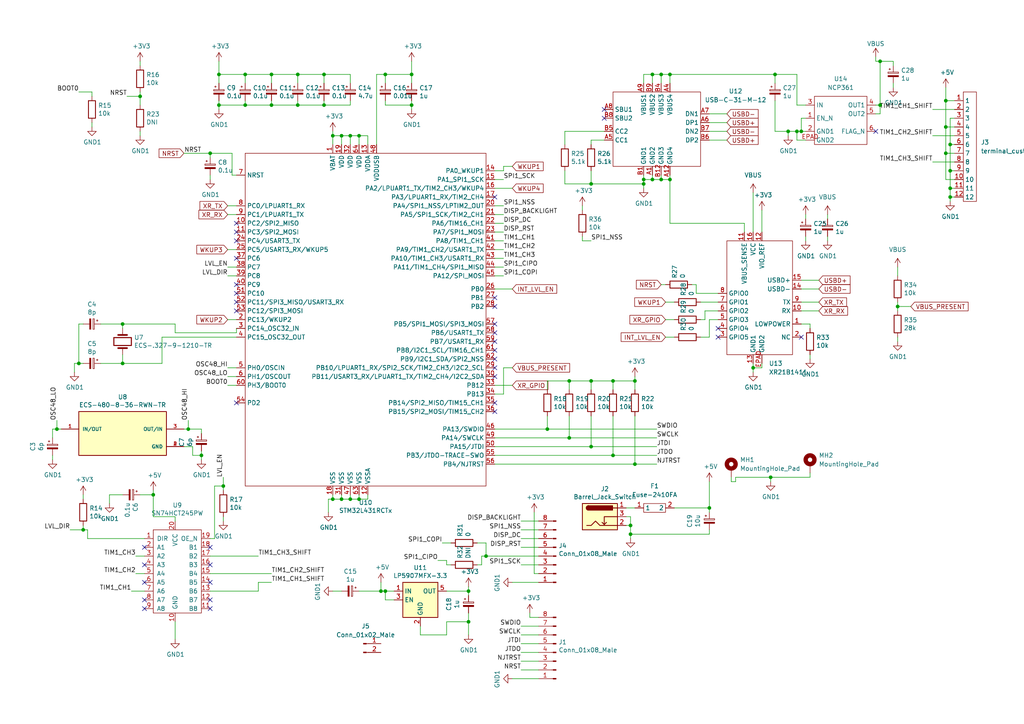
<source format=kicad_sch>
(kicad_sch (version 20211123) (generator eeschema)
  (paper "A4")
  (junction (at 99.06 144.78))
  (junction (at 275.59 41.91))
  (junction (at 191.77 52.07))
  (junction (at 104.14 144.78))
  (junction (at 35.56 93.98))
  (junction (at 255.27 17.78))
  (junction (at 93.98 30.48))
  (junction (at 184.15 110.49))
  (junction (at 111.76 21.59))
  (junction (at 86.36 30.48))
  (junction (at 182.88 152.4))
  (junction (at 165.1 110.49))
  (junction (at 171.45 110.49))
  (junction (at 58.42 132.08))
  (junction (at 140.97 161.29))
  (junction (at 96.52 39.37))
  (junction (at 184.15 134.62))
  (junction (at 274.32 44.45))
  (junction (at 194.31 52.07))
  (junction (at 205.74 147.32))
  (junction (at 223.52 138.43))
  (junction (at 274.32 29.21))
  (junction (at 24.13 153.67))
  (junction (at 71.12 30.48))
  (junction (at 101.6 39.37))
  (junction (at 44.45 143.51))
  (junction (at 158.75 124.46))
  (junction (at 96.52 144.78))
  (junction (at 60.96 44.45))
  (junction (at 191.77 21.59))
  (junction (at 171.45 129.54))
  (junction (at 111.76 171.45))
  (junction (at 40.64 27.94))
  (junction (at 135.89 171.45))
  (junction (at 275.59 54.61))
  (junction (at 119.38 30.48))
  (junction (at 16.51 124.46))
  (junction (at 186.69 53.34))
  (junction (at 63.5 30.48))
  (junction (at 177.8 110.49))
  (junction (at 104.14 39.37))
  (junction (at 35.56 105.41))
  (junction (at 228.6 38.1))
  (junction (at 275.59 57.15))
  (junction (at 119.38 21.59))
  (junction (at 182.88 154.94))
  (junction (at 186.69 52.07))
  (junction (at 171.45 53.34))
  (junction (at 78.74 21.59))
  (junction (at 78.74 30.48))
  (junction (at 64.77 140.97))
  (junction (at 86.36 21.59))
  (junction (at 274.32 36.83))
  (junction (at 177.8 132.08))
  (junction (at 93.98 21.59))
  (junction (at 194.31 21.59))
  (junction (at 231.14 38.1))
  (junction (at 218.44 106.68))
  (junction (at 22.86 105.41))
  (junction (at 232.41 38.1))
  (junction (at 63.5 21.59))
  (junction (at 71.12 21.59))
  (junction (at 260.35 88.9))
  (junction (at 255.27 30.48))
  (junction (at 135.89 180.34))
  (junction (at 110.49 171.45))
  (junction (at 224.79 21.59))
  (junction (at 189.23 21.59))
  (junction (at 165.1 127))
  (junction (at 101.6 144.78))
  (junction (at 189.23 52.07))
  (junction (at 54.61 124.46))
  (junction (at 99.06 39.37))
  (junction (at 275.59 49.53))
  (no_connect (at 68.58 64.77))
  (no_connect (at 143.51 88.9))
  (no_connect (at 68.58 69.85))
  (no_connect (at 60.96 176.53))
  (no_connect (at 68.58 116.84))
  (no_connect (at 68.58 87.63))
  (no_connect (at 143.51 106.68))
  (no_connect (at 68.58 74.93))
  (no_connect (at 41.91 158.75))
  (no_connect (at 143.51 86.36))
  (no_connect (at 143.51 119.38))
  (no_connect (at 41.91 173.99))
  (no_connect (at 68.58 67.31))
  (no_connect (at 143.51 57.15))
  (no_connect (at 143.51 96.52))
  (no_connect (at 41.91 168.91))
  (no_connect (at 60.96 158.75))
  (no_connect (at 143.51 109.22))
  (no_connect (at 232.41 97.79))
  (no_connect (at 208.28 97.79))
  (no_connect (at 254 38.1))
  (no_connect (at 41.91 163.83))
  (no_connect (at 143.51 99.06))
  (no_connect (at 68.58 82.55))
  (no_connect (at 143.51 101.6))
  (no_connect (at 41.91 176.53))
  (no_connect (at 143.51 116.84))
  (no_connect (at 68.58 85.09))
  (no_connect (at 68.58 90.17))
  (no_connect (at 175.26 34.29))
  (no_connect (at 143.51 93.98))
  (no_connect (at 208.28 95.25))
  (no_connect (at 60.96 168.91))
  (no_connect (at 175.26 31.75))
  (no_connect (at 143.51 104.14))
  (no_connect (at 60.96 173.99))
  (no_connect (at 60.96 163.83))
  (wire (pts (xy 158.75 110.49) (xy 165.1 110.49)))
  (wire (pts (xy 254 16.51) (xy 254 17.78)))
  (wire (pts (xy 86.36 30.48) (xy 86.36 29.21)))
  (wire (pts (xy 165.1 120.65) (xy 165.1 127)))
  (wire (pts (xy 26.67 27.94) (xy 26.67 26.67)))
  (wire (pts (xy 17.78 124.46) (xy 16.51 124.46)))
  (wire (pts (xy 163.83 53.34) (xy 171.45 53.34)))
  (wire (pts (xy 177.8 132.08) (xy 190.5 132.08)))
  (wire (pts (xy 50.8 149.86) (xy 44.45 149.86)))
  (wire (pts (xy 143.51 114.3) (xy 146.05 114.3)))
  (wire (pts (xy 39.37 166.37) (xy 41.91 166.37)))
  (wire (pts (xy 259.08 19.05) (xy 259.08 17.78)))
  (wire (pts (xy 104.14 144.78) (xy 106.68 144.78)))
  (wire (pts (xy 68.58 50.8) (xy 67.31 50.8)))
  (wire (pts (xy 35.56 93.98) (xy 50.8 93.98)))
  (wire (pts (xy 186.69 21.59) (xy 186.69 24.13)))
  (wire (pts (xy 186.69 53.34) (xy 186.69 54.61)))
  (wire (pts (xy 270.51 31.75) (xy 276.86 31.75)))
  (wire (pts (xy 215.9 64.77) (xy 194.31 64.77)))
  (wire (pts (xy 254 30.48) (xy 255.27 30.48)))
  (wire (pts (xy 220.98 60.96) (xy 220.98 67.31)))
  (wire (pts (xy 64.77 151.13) (xy 64.77 149.86)))
  (wire (pts (xy 138.43 163.83) (xy 139.7 163.83)))
  (wire (pts (xy 78.74 30.48) (xy 78.74 29.21)))
  (wire (pts (xy 63.5 30.48) (xy 71.12 30.48)))
  (wire (pts (xy 233.68 68.58) (xy 233.68 69.85)))
  (wire (pts (xy 260.35 88.9) (xy 260.35 90.17)))
  (wire (pts (xy 231.14 30.48) (xy 233.68 30.48)))
  (wire (pts (xy 15.24 133.35) (xy 15.24 132.08)))
  (wire (pts (xy 31.75 146.05) (xy 31.75 143.51)))
  (wire (pts (xy 181.61 152.4) (xy 182.88 152.4)))
  (wire (pts (xy 40.64 27.94) (xy 40.64 30.48)))
  (wire (pts (xy 151.13 184.15) (xy 156.21 184.15)))
  (wire (pts (xy 233.68 38.1) (xy 232.41 38.1)))
  (wire (pts (xy 106.68 144.78) (xy 106.68 143.51)))
  (wire (pts (xy 101.6 144.78) (xy 101.6 143.51)))
  (wire (pts (xy 218.44 105.41) (xy 218.44 106.68)))
  (wire (pts (xy 119.38 24.13) (xy 119.38 21.59)))
  (wire (pts (xy 274.32 36.83) (xy 274.32 44.45)))
  (wire (pts (xy 259.08 24.13) (xy 259.08 25.4)))
  (wire (pts (xy 148.59 54.61) (xy 143.51 54.61)))
  (wire (pts (xy 234.95 95.25) (xy 234.95 93.98)))
  (wire (pts (xy 151.13 151.13) (xy 156.21 151.13)))
  (wire (pts (xy 275.59 34.29) (xy 275.59 41.91)))
  (wire (pts (xy 193.04 87.63) (xy 195.58 87.63)))
  (wire (pts (xy 143.51 83.82) (xy 148.59 83.82)))
  (wire (pts (xy 93.98 30.48) (xy 101.6 30.48)))
  (wire (pts (xy 86.36 21.59) (xy 93.98 21.59)))
  (wire (pts (xy 129.54 163.83) (xy 130.81 163.83)))
  (wire (pts (xy 78.74 24.13) (xy 78.74 21.59)))
  (wire (pts (xy 60.96 171.45) (xy 74.93 171.45)))
  (wire (pts (xy 205.74 92.71) (xy 208.28 92.71)))
  (wire (pts (xy 205.74 38.1) (xy 210.82 38.1)))
  (wire (pts (xy 101.6 39.37) (xy 99.06 39.37)))
  (wire (pts (xy 186.69 52.07) (xy 186.69 53.34)))
  (wire (pts (xy 96.52 39.37) (xy 96.52 38.1)))
  (wire (pts (xy 232.41 83.82) (xy 237.49 83.82)))
  (wire (pts (xy 74.93 168.91) (xy 78.74 168.91)))
  (wire (pts (xy 40.64 39.37) (xy 40.64 38.1)))
  (wire (pts (xy 67.31 44.45) (xy 60.96 44.45)))
  (wire (pts (xy 129.54 162.56) (xy 129.54 163.83)))
  (wire (pts (xy 213.36 139.7) (xy 212.09 139.7)))
  (wire (pts (xy 275.59 49.53) (xy 276.86 49.53)))
  (wire (pts (xy 148.59 111.76) (xy 143.51 111.76)))
  (wire (pts (xy 22.86 26.67) (xy 26.67 26.67)))
  (wire (pts (xy 274.32 29.21) (xy 276.86 29.21)))
  (wire (pts (xy 146.05 67.31) (xy 143.51 67.31)))
  (wire (pts (xy 25.4 156.21) (xy 41.91 156.21)))
  (wire (pts (xy 146.05 64.77) (xy 143.51 64.77)))
  (wire (pts (xy 255.27 33.02) (xy 254 33.02)))
  (wire (pts (xy 36.83 27.94) (xy 40.64 27.94)))
  (wire (pts (xy 129.54 180.34) (xy 135.89 180.34)))
  (wire (pts (xy 191.77 82.55) (xy 193.04 82.55)))
  (wire (pts (xy 54.61 121.92) (xy 54.61 124.46)))
  (wire (pts (xy 135.89 171.45) (xy 129.54 171.45)))
  (wire (pts (xy 218.44 55.88) (xy 218.44 67.31)))
  (wire (pts (xy 111.76 21.59) (xy 111.76 24.13)))
  (wire (pts (xy 165.1 110.49) (xy 171.45 110.49)))
  (wire (pts (xy 63.5 30.48) (xy 63.5 31.75)))
  (wire (pts (xy 119.38 29.21) (xy 119.38 30.48)))
  (wire (pts (xy 111.76 171.45) (xy 110.49 171.45)))
  (wire (pts (xy 135.89 171.45) (xy 135.89 170.18)))
  (wire (pts (xy 101.6 41.91) (xy 101.6 39.37)))
  (wire (pts (xy 58.42 125.73) (xy 58.42 124.46)))
  (wire (pts (xy 135.89 180.34) (xy 135.89 177.8)))
  (wire (pts (xy 203.2 92.71) (xy 204.47 92.71)))
  (wire (pts (xy 66.04 109.22) (xy 68.58 109.22)))
  (wire (pts (xy 50.8 96.52) (xy 68.58 96.52)))
  (wire (pts (xy 104.14 41.91) (xy 104.14 39.37)))
  (wire (pts (xy 58.42 132.08) (xy 58.42 130.81)))
  (wire (pts (xy 111.76 173.99) (xy 111.76 171.45)))
  (wire (pts (xy 146.05 72.39) (xy 143.51 72.39)))
  (wire (pts (xy 128.27 157.48) (xy 130.81 157.48)))
  (wire (pts (xy 71.12 30.48) (xy 71.12 29.21)))
  (wire (pts (xy 16.51 121.92) (xy 16.51 124.46)))
  (wire (pts (xy 101.6 21.59) (xy 93.98 21.59)))
  (wire (pts (xy 275.59 57.15) (xy 275.59 54.61)))
  (wire (pts (xy 96.52 144.78) (xy 99.06 144.78)))
  (wire (pts (xy 231.14 40.64) (xy 231.14 38.1)))
  (wire (pts (xy 22.86 93.98) (xy 24.13 93.98)))
  (wire (pts (xy 182.88 154.94) (xy 182.88 156.21)))
  (wire (pts (xy 224.79 21.59) (xy 224.79 24.13)))
  (wire (pts (xy 189.23 52.07) (xy 191.77 52.07)))
  (wire (pts (xy 232.41 38.1) (xy 231.14 38.1)))
  (wire (pts (xy 143.51 124.46) (xy 158.75 124.46)))
  (wire (pts (xy 228.6 38.1) (xy 228.6 39.37)))
  (wire (pts (xy 135.89 172.72) (xy 135.89 171.45)))
  (wire (pts (xy 58.42 124.46) (xy 54.61 124.46)))
  (wire (pts (xy 121.92 184.15) (xy 129.54 184.15)))
  (wire (pts (xy 66.04 106.68) (xy 68.58 106.68)))
  (wire (pts (xy 39.37 161.29) (xy 41.91 161.29)))
  (wire (pts (xy 203.2 97.79) (xy 205.74 97.79)))
  (wire (pts (xy 200.66 82.55) (xy 201.93 82.55)))
  (wire (pts (xy 110.49 168.91) (xy 110.49 171.45)))
  (wire (pts (xy 204.47 92.71) (xy 204.47 90.17)))
  (wire (pts (xy 154.94 166.37) (xy 154.94 148.59)))
  (wire (pts (xy 96.52 171.45) (xy 99.06 171.45)))
  (wire (pts (xy 93.98 29.21) (xy 93.98 30.48)))
  (wire (pts (xy 111.76 21.59) (xy 119.38 21.59)))
  (wire (pts (xy 143.51 59.69) (xy 146.05 59.69)))
  (wire (pts (xy 151.13 163.83) (xy 156.21 163.83)))
  (wire (pts (xy 205.74 154.94) (xy 205.74 153.67)))
  (wire (pts (xy 96.52 144.78) (xy 96.52 143.51)))
  (wire (pts (xy 29.21 105.41) (xy 35.56 105.41)))
  (wire (pts (xy 119.38 31.75) (xy 119.38 30.48)))
  (wire (pts (xy 50.8 151.13) (xy 50.8 149.86)))
  (wire (pts (xy 15.24 124.46) (xy 15.24 127)))
  (wire (pts (xy 63.5 21.59) (xy 63.5 17.78)))
  (wire (pts (xy 44.45 143.51) (xy 40.64 143.51)))
  (wire (pts (xy 63.5 24.13) (xy 63.5 21.59)))
  (wire (pts (xy 259.08 17.78) (xy 255.27 17.78)))
  (wire (pts (xy 213.36 138.43) (xy 213.36 139.7)))
  (wire (pts (xy 143.51 62.23) (xy 146.05 62.23)))
  (wire (pts (xy 63.5 29.21) (xy 63.5 30.48)))
  (wire (pts (xy 101.6 144.78) (xy 104.14 144.78)))
  (wire (pts (xy 191.77 21.59) (xy 189.23 21.59)))
  (wire (pts (xy 62.23 140.97) (xy 62.23 156.21)))
  (wire (pts (xy 99.06 144.78) (xy 101.6 144.78)))
  (wire (pts (xy 171.45 110.49) (xy 171.45 113.03)))
  (wire (pts (xy 71.12 30.48) (xy 78.74 30.48)))
  (wire (pts (xy 64.77 138.43) (xy 64.77 140.97)))
  (wire (pts (xy 151.13 191.77) (xy 156.21 191.77)))
  (wire (pts (xy 270.51 46.99) (xy 276.86 46.99)))
  (wire (pts (xy 66.04 59.69) (xy 68.58 59.69)))
  (wire (pts (xy 168.91 59.69) (xy 168.91 60.96)))
  (wire (pts (xy 71.12 21.59) (xy 78.74 21.59)))
  (wire (pts (xy 274.32 29.21) (xy 274.32 25.4)))
  (wire (pts (xy 224.79 29.21) (xy 224.79 38.1)))
  (wire (pts (xy 205.74 35.56) (xy 210.82 35.56)))
  (wire (pts (xy 232.41 87.63) (xy 237.49 87.63)))
  (wire (pts (xy 177.8 110.49) (xy 171.45 110.49)))
  (wire (pts (xy 275.59 58.42) (xy 275.59 57.15)))
  (wire (pts (xy 25.4 153.67) (xy 24.13 153.67)))
  (wire (pts (xy 24.13 144.78) (xy 24.13 143.51)))
  (wire (pts (xy 189.23 50.8) (xy 189.23 52.07)))
  (wire (pts (xy 182.88 154.94) (xy 205.74 154.94)))
  (wire (pts (xy 186.69 52.07) (xy 189.23 52.07)))
  (wire (pts (xy 260.35 88.9) (xy 264.16 88.9)))
  (wire (pts (xy 182.88 152.4) (xy 182.88 154.94)))
  (wire (pts (xy 156.21 179.07) (xy 153.67 179.07)))
  (wire (pts (xy 143.51 134.62) (xy 184.15 134.62)))
  (wire (pts (xy 194.31 64.77) (xy 194.31 52.07)))
  (wire (pts (xy 260.35 97.79) (xy 260.35 99.06)))
  (wire (pts (xy 171.45 49.53) (xy 171.45 53.34)))
  (wire (pts (xy 22.86 105.41) (xy 24.13 105.41)))
  (wire (pts (xy 154.94 166.37) (xy 156.21 166.37)))
  (wire (pts (xy 66.04 111.76) (xy 68.58 111.76)))
  (wire (pts (xy 274.32 44.45) (xy 276.86 44.45)))
  (wire (pts (xy 215.9 67.31) (xy 215.9 64.77)))
  (wire (pts (xy 205.74 33.02) (xy 210.82 33.02)))
  (wire (pts (xy 35.56 102.87) (xy 35.56 105.41)))
  (wire (pts (xy 234.95 102.87) (xy 234.95 104.14)))
  (wire (pts (xy 143.51 52.07) (xy 146.05 52.07)))
  (wire (pts (xy 114.3 171.45) (xy 111.76 171.45)))
  (wire (pts (xy 194.31 24.13) (xy 194.31 21.59)))
  (wire (pts (xy 63.5 21.59) (xy 71.12 21.59)))
  (wire (pts (xy 129.54 184.15) (xy 129.54 180.34)))
  (wire (pts (xy 275.59 57.15) (xy 276.86 57.15)))
  (wire (pts (xy 146.05 48.26) (xy 148.59 48.26)))
  (wire (pts (xy 151.13 189.23) (xy 156.21 189.23)))
  (wire (pts (xy 40.64 19.05) (xy 40.64 17.78)))
  (wire (pts (xy 177.8 113.03) (xy 177.8 110.49)))
  (wire (pts (xy 22.86 105.41) (xy 22.86 93.98)))
  (wire (pts (xy 119.38 21.59) (xy 119.38 17.78)))
  (wire (pts (xy 101.6 29.21) (xy 101.6 30.48)))
  (wire (pts (xy 220.98 106.68) (xy 220.98 105.41)))
  (wire (pts (xy 255.27 30.48) (xy 255.27 33.02)))
  (wire (pts (xy 53.34 129.54) (xy 55.88 129.54)))
  (wire (pts (xy 274.32 36.83) (xy 276.86 36.83)))
  (wire (pts (xy 53.34 44.45) (xy 60.96 44.45)))
  (wire (pts (xy 54.61 124.46) (xy 53.34 124.46)))
  (wire (pts (xy 139.7 163.83) (xy 139.7 161.29)))
  (wire (pts (xy 156.21 168.91) (xy 148.59 168.91)))
  (wire (pts (xy 171.45 129.54) (xy 171.45 120.65)))
  (wire (pts (xy 111.76 29.21) (xy 111.76 30.48)))
  (wire (pts (xy 191.77 24.13) (xy 191.77 21.59)))
  (wire (pts (xy 223.52 138.43) (xy 223.52 139.7)))
  (wire (pts (xy 224.79 38.1) (xy 228.6 38.1)))
  (wire (pts (xy 78.74 21.59) (xy 86.36 21.59)))
  (wire (pts (xy 151.13 186.69) (xy 156.21 186.69)))
  (wire (pts (xy 40.64 27.94) (xy 40.64 26.67)))
  (wire (pts (xy 68.58 96.52) (xy 68.58 95.25)))
  (wire (pts (xy 274.32 36.83) (xy 274.32 29.21)))
  (wire (pts (xy 151.13 181.61) (xy 156.21 181.61)))
  (wire (pts (xy 218.44 106.68) (xy 218.44 107.95)))
  (wire (pts (xy 146.05 114.3) (xy 146.05 106.68)))
  (wire (pts (xy 184.15 113.03) (xy 184.15 110.49)))
  (wire (pts (xy 55.88 129.54) (xy 55.88 132.08)))
  (wire (pts (xy 35.56 143.51) (xy 31.75 143.51)))
  (wire (pts (xy 205.74 40.64) (xy 210.82 40.64)))
  (wire (pts (xy 50.8 185.42) (xy 50.8 180.34)))
  (wire (pts (xy 35.56 95.25) (xy 35.56 93.98)))
  (wire (pts (xy 223.52 138.43) (xy 213.36 138.43)))
  (wire (pts (xy 182.88 149.86) (xy 181.61 149.86)))
  (wire (pts (xy 184.15 134.62) (xy 184.15 120.65)))
  (wire (pts (xy 182.88 152.4) (xy 182.88 149.86)))
  (wire (pts (xy 186.69 50.8) (xy 186.69 52.07)))
  (wire (pts (xy 114.3 173.99) (xy 111.76 173.99)))
  (wire (pts (xy 255.27 17.78) (xy 254 17.78)))
  (wire (pts (xy 146.05 74.93) (xy 143.51 74.93)))
  (wire (pts (xy 231.14 21.59) (xy 231.14 30.48)))
  (wire (pts (xy 109.22 21.59) (xy 111.76 21.59)))
  (wire (pts (xy 177.8 110.49) (xy 184.15 110.49)))
  (wire (pts (xy 177.8 132.08) (xy 143.51 132.08)))
  (wire (pts (xy 127 162.56) (xy 129.54 162.56)))
  (wire (pts (xy 189.23 21.59) (xy 186.69 21.59)))
  (wire (pts (xy 60.96 166.37) (xy 78.74 166.37)))
  (wire (pts (xy 156.21 196.85) (xy 148.59 196.85)))
  (wire (pts (xy 143.51 129.54) (xy 171.45 129.54)))
  (wire (pts (xy 16.51 124.46) (xy 15.24 124.46)))
  (wire (pts (xy 163.83 49.53) (xy 163.83 53.34)))
  (wire (pts (xy 95.25 148.59) (xy 95.25 144.78)))
  (wire (pts (xy 168.91 69.85) (xy 171.45 69.85)))
  (wire (pts (xy 104.14 39.37) (xy 101.6 39.37)))
  (wire (pts (xy 20.32 153.67) (xy 24.13 153.67)))
  (wire (pts (xy 234.95 138.43) (xy 223.52 138.43)))
  (wire (pts (xy 106.68 41.91) (xy 106.68 39.37)))
  (wire (pts (xy 151.13 156.21) (xy 156.21 156.21)))
  (wire (pts (xy 194.31 21.59) (xy 224.79 21.59)))
  (wire (pts (xy 121.92 181.61) (xy 121.92 184.15)))
  (wire (pts (xy 99.06 39.37) (xy 96.52 39.37)))
  (wire (pts (xy 96.52 41.91) (xy 96.52 39.37)))
  (wire (pts (xy 60.96 45.72) (xy 60.96 44.45)))
  (wire (pts (xy 158.75 124.46) (xy 190.5 124.46)))
  (wire (pts (xy 205.74 139.7) (xy 205.74 147.32)))
  (wire (pts (xy 101.6 24.13) (xy 101.6 21.59)))
  (wire (pts (xy 139.7 161.29) (xy 140.97 161.29)))
  (wire (pts (xy 29.21 93.98) (xy 35.56 93.98)))
  (wire (pts (xy 109.22 21.59) (xy 109.22 41.91)))
  (wire (pts (xy 275.59 54.61) (xy 276.86 54.61)))
  (wire (pts (xy 193.04 92.71) (xy 195.58 92.71)))
  (wire (pts (xy 21.59 105.41) (xy 22.86 105.41)))
  (wire (pts (xy 25.4 156.21) (xy 25.4 153.67)))
  (wire (pts (xy 119.38 30.48) (xy 111.76 30.48)))
  (wire (pts (xy 146.05 77.47) (xy 143.51 77.47)))
  (wire (pts (xy 163.83 38.1) (xy 163.83 41.91)))
  (wire (pts (xy 233.68 34.29) (xy 232.41 34.29)))
  (wire (pts (xy 165.1 127) (xy 143.51 127)))
  (wire (pts (xy 275.59 49.53) (xy 275.59 41.91)))
  (wire (pts (xy 93.98 21.59) (xy 93.98 24.13)))
  (wire (pts (xy 46.99 105.41) (xy 35.56 105.41)))
  (wire (pts (xy 260.35 77.47) (xy 260.35 80.01)))
  (wire (pts (xy 255.27 17.78) (xy 255.27 30.48)))
  (wire (pts (xy 66.04 92.71) (xy 68.58 92.71)))
  (wire (pts (xy 135.89 180.34) (xy 135.89 184.15)))
  (wire (pts (xy 104.14 143.51) (xy 104.14 144.78)))
  (wire (pts (xy 143.51 49.53) (xy 146.05 49.53)))
  (wire (pts (xy 26.67 36.83) (xy 26.67 35.56)))
  (wire (pts (xy 99.06 143.51) (xy 99.06 144.78)))
  (wire (pts (xy 233.68 40.64) (xy 231.14 40.64)))
  (wire (pts (xy 181.61 147.32) (xy 184.15 147.32)))
  (wire (pts (xy 233.68 62.23) (xy 233.68 63.5)))
  (wire (pts (xy 184.15 134.62) (xy 190.5 134.62)))
  (wire (pts (xy 168.91 68.58) (xy 168.91 69.85)))
  (wire (pts (xy 86.36 24.13) (xy 86.36 21.59)))
  (wire (pts (xy 140.97 157.48) (xy 140.97 161.29)))
  (wire (pts (xy 151.13 158.75) (xy 156.21 158.75)))
  (wire (pts (xy 234.95 137.16) (xy 234.95 138.43)))
  (wire (pts (xy 58.42 133.35) (xy 58.42 132.08)))
  (wire (pts (xy 68.58 97.79) (xy 46.99 97.79)))
  (wire (pts (xy 184.15 110.49) (xy 184.15 109.22)))
  (wire (pts (xy 232.41 34.29) (xy 232.41 38.1)))
  (wire (pts (xy 270.51 39.37) (xy 276.86 39.37)))
  (wire (pts (xy 99.06 41.91) (xy 99.06 39.37)))
  (wire (pts (xy 38.1 171.45) (xy 41.91 171.45)))
  (wire (pts (xy 232.41 81.28) (xy 237.49 81.28)))
  (wire (pts (xy 138.43 157.48) (xy 140.97 157.48)))
  (wire (pts (xy 66.04 62.23) (xy 68.58 62.23)))
  (wire (pts (xy 44.45 142.24) (xy 44.45 143.51)))
  (wire (pts (xy 171.45 40.64) (xy 175.26 40.64)))
  (wire (pts (xy 24.13 153.67) (xy 24.13 152.4)))
  (wire (pts (xy 203.2 87.63) (xy 208.28 87.63)))
  (wire (pts (xy 275.59 54.61) (xy 275.59 49.53)))
  (wire (pts (xy 95.25 144.78) (xy 96.52 144.78)))
  (wire (pts (xy 64.77 140.97) (xy 62.23 140.97)))
  (wire (pts (xy 232.41 90.17) (xy 237.49 90.17)))
  (wire (pts (xy 60.96 161.29) (xy 74.93 161.29)))
  (wire (pts (xy 275.59 41.91) (xy 276.86 41.91)))
  (wire (pts (xy 218.44 106.68) (xy 220.98 106.68)))
  (wire (pts (xy 66.04 80.01) (xy 68.58 80.01)))
  (wire (pts (xy 78.74 30.48) (xy 86.36 30.48)))
  (wire (pts (xy 231.14 38.1) (xy 228.6 38.1)))
  (wire (pts (xy 50.8 93.98) (xy 50.8 96.52)))
  (wire (pts (xy 146.05 69.85) (xy 143.51 69.85)))
  (wire (pts (xy 110.49 171.45) (xy 104.14 171.45)))
  (wire (pts (xy 55.88 132.08) (xy 58.42 132.08)))
  (wire (pts (xy 158.75 124.46) (xy 158.75 120.65)))
  (wire (pts (xy 276.86 52.07) (xy 274.32 52.07)))
  (wire (pts (xy 274.32 52.07) (xy 274.32 44.45)))
  (wire (pts (xy 201.93 82.55) (xy 201.93 85.09)))
  (wire (pts (xy 195.58 147.32) (xy 205.74 147.32)))
  (wire (pts (xy 189.23 24.13) (xy 189.23 21.59)))
  (wire (pts (xy 191.77 52.07) (xy 194.31 52.07)))
  (wire (pts (xy 93.98 30.48) (xy 86.36 30.48)))
  (wire (pts (xy 177.8 132.08) (xy 177.8 120.65)))
  (wire (pts (xy 67.31 50.8) (xy 67.31 44.45)))
  (wire (pts (xy 276.86 34.29) (xy 275.59 34.29)))
  (wire (pts (xy 60.96 52.07) (xy 60.96 50.8)))
  (wire (pts (xy 194.31 50.8) (xy 194.31 52.07)))
  (wire (pts (xy 175.26 38.1) (xy 163.83 38.1)))
  (wire (pts (xy 158.75 113.03) (xy 158.75 110.49)))
  (wire (pts (xy 194.31 21.59) (xy 191.77 21.59)))
  (wire (pts (xy 234.95 93.98) (xy 232.41 93.98)))
  (wire (pts (xy 205.74 147.32) (xy 205.74 148.59)))
  (wire (pts (xy 171.45 53.34) (xy 186.69 53.34)))
  (wire (pts (xy 106.68 39.37) (xy 104.14 39.37)))
  (wire (pts (xy 21.59 107.95) (xy 21.59 105.41)))
  (wire (pts (xy 66.04 77.47) (xy 68.58 77.47)))
  (wire (pts (xy 66.04 72.39) (xy 68.58 72.39)))
  (wire (pts (xy 224.79 21.59) (xy 231.14 21.59)))
  (wire (pts (xy 165.1 127) (xy 190.5 127)))
  (wire (pts (xy 146.05 106.68) (xy 148.59 106.68)))
  (wire (pts (xy 151.13 194.31) (xy 156.21 194.31)))
  (wire (pts (xy 193.04 97.79) (xy 195.58 97.79)))
  (wire (pts (xy 260.35 87.63) (xy 260.35 88.9)))
  (wire (pts (xy 204.47 90.17) (xy 208.28 90.17)))
  (wire (pts (xy 240.03 68.58) (xy 240.03 69.85)))
  (wire (pts (xy 71.12 24.13) (xy 71.12 21.59)))
  (wire (pts (xy 240.03 62.23) (xy 240.03 63.5)))
  (wire (pts (xy 146.05 80.01) (xy 143.51 80.01)))
  (wire (pts (xy 201.93 85.09) (xy 208.28 85.09)))
  (wire (pts (xy 62.23 156.21) (xy 60.96 156.21)))
  (wire (pts (xy 146.05 49.53) (xy 146.05 48.26)))
  (wire (pts (xy 205.74 97.79) (xy 205.74 92.71)))
  (wire (pts (xy 153.67 179.07) (xy 153.67 177.8)))
  (wire (pts (xy 151.13 153.67) (xy 156.21 153.67)))
  (wire (pts (xy 165.1 113.03) (xy 165.1 110.49)))
  (wire (pts (xy 46.99 97.79) (xy 46.99 105.41)))
  (wire (pts (xy 171.45 41.91) (xy 171.45 40.64)))
  (wire (pts (xy 171.45 129.54) (xy 190.5 129.54)))
  (wire (pts (xy 44.45 149.86) (xy 44.45 143.51)))
  (wire (pts (xy 140.97 161.29) (xy 156.21 161.29)))
  (wire (pts (xy 74.93 171.45) (xy 74.93 168.91)))
  (wire (pts (xy 212.09 138.43) (xy 212.09 139.7)))
  (wire (pts (xy 191.77 50.8) (xy 191.77 52.07)))
  (wire (pts (xy 64.77 142.24) (xy 64.77 140.97)))
  (label "DISP_RST" (at 146.05 67.31 0))
  (label "TIM1_CH3_SHIFT" (at 74.93 161.29 0))
  (label "SPI1_CIPO" (at 146.05 77.47 0))
  (label "NRST" (at 36.83 27.94 180))
  (label "SPI1_SCK" (at 146.05 52.07 0))
  (label "SWCLK" (at 151.13 184.15 180))
  (label "TIM1_CH1_SHIFT" (at 78.74 168.91 0))
  (label "TIM1_CH2_SHIFT" (at 270.51 39.37 180))
  (label "LVL_EN" (at 64.77 138.43 90))
  (label "TIM1_CH3" (at 146.05 74.93 0))
  (label "SWDIO" (at 151.13 181.61 180))
  (label "NJTRST" (at 151.13 191.77 180))
  (label "TIM1_CH2_SHIFT" (at 78.74 166.37 0))
  (label "SPI1_NSS" (at 146.05 59.69 0))
  (label "NRST" (at 151.13 194.31 180))
  (label "DISP_BACKLIGHT" (at 146.05 62.23 0))
  (label "JTDO" (at 151.13 189.23 180))
  (label "NJTRST" (at 190.5 134.62 0))
  (label "OSC48_HI" (at 54.61 121.92 90))
  (label "SPI1_SCK" (at 151.13 163.83 180))
  (label "OSC48_HI" (at 66.04 106.68 180))
  (label "JTDI" (at 151.13 186.69 180))
  (label "TIM1_CH3_SHIFT" (at 270.51 46.99 180))
  (label "TIM1_CH3" (at 39.37 161.29 180))
  (label "OSC48_LO" (at 16.51 121.92 90))
  (label "JTDO" (at 190.5 132.08 0))
  (label "SPI1_COPI" (at 128.27 157.48 180))
  (label "BOOT0" (at 66.04 111.76 180))
  (label "TIM1_CH2" (at 146.05 72.39 0))
  (label "SWCLK" (at 190.5 127 0))
  (label "DISP_DC" (at 151.13 156.21 180))
  (label "SPI1_CIPO" (at 127 162.56 180))
  (label "TIM1_CH1" (at 38.1 171.45 180))
  (label "JTDI" (at 190.5 129.54 0))
  (label "SPI1_NSS" (at 151.13 153.67 180))
  (label "SPI1_COPI" (at 146.05 80.01 0))
  (label "LVL_EN" (at 66.04 77.47 180))
  (label "SPI1_NSS" (at 171.45 69.85 0))
  (label "DISP_RST" (at 151.13 158.75 180))
  (label "TIM1_CH1_SHIFT" (at 270.51 31.75 180))
  (label "DISP_DC" (at 146.05 64.77 0))
  (label "OSC48_LO" (at 66.04 109.22 180))
  (label "SWDIO" (at 190.5 124.46 0))
  (label "TIM1_CH2" (at 39.37 166.37 180))
  (label "BOOT0" (at 22.86 26.67 180))
  (label "LVL_DIR" (at 20.32 153.67 180))
  (label "NRST" (at 58.42 44.45 180))
  (label "LVL_DIR" (at 66.04 80.01 180))
  (label "TIM1_CH1" (at 146.05 69.85 0))
  (label "DISP_BACKLIGHT" (at 151.13 151.13 180))
  (global_label "USBD+" (shape input) (at 237.49 81.28 0) (property "Intersheet References" "${INTERSHEET_REFS}" (effects hide)))
  (global_label "XR_RX" (shape input) (at 66.04 62.23 180) (property "Intersheet References" "${INTERSHEET_REFS}" (effects hide)))
  (global_label "WKUP1" (shape input) (at 148.59 48.26 0) (property "Intersheet References" "${INTERSHEET_REFS}" (effects hide)))
  (global_label "USBD-" (shape input) (at 237.49 83.82 0) (property "Intersheet References" "${INTERSHEET_REFS}" (effects hide)))
  (global_label "NRST" (shape input) (at 191.77 82.55 180) (property "Intersheet References" "${INTERSHEET_REFS}" (effects hide)))
  (global_label "XR_GPIO" (shape input) (at 148.59 111.76 0) (property "Intersheet References" "${INTERSHEET_REFS}" (effects hide)))
  (global_label "INT_LVL_EN" (shape input) (at 193.04 97.79 180) (property "Intersheet References" "${INTERSHEET_REFS}" (effects hide)))
  (global_label "VBUS_PRESENT" (shape input) (at 264.16 88.9 0) (property "Intersheet References" "${INTERSHEET_REFS}" (effects hide)))
  (global_label "USBD+" (shape input) (at 210.82 35.56 0) (property "Intersheet References" "${INTERSHEET_REFS}" (effects hide)))
  (global_label "USBD-" (shape input) (at 210.82 38.1 0) (property "Intersheet References" "${INTERSHEET_REFS}" (effects hide)))
  (global_label "USBD+" (shape input) (at 210.82 40.64 0) (property "Intersheet References" "${INTERSHEET_REFS}" (effects hide)))
  (global_label "XR_TX" (shape input) (at 237.49 87.63 0) (property "Intersheet References" "${INTERSHEET_REFS}" (effects hide)))
  (global_label "XR_RX" (shape input) (at 237.49 90.17 0) (property "Intersheet References" "${INTERSHEET_REFS}" (effects hide)))
  (global_label "NRST" (shape input) (at 53.34 44.45 180) (property "Intersheet References" "${INTERSHEET_REFS}" (effects hide)))
  (global_label "WKUP3" (shape input) (at 66.04 72.39 180) (property "Intersheet References" "${INTERSHEET_REFS}" (effects hide)))
  (global_label "USBD-" (shape input) (at 210.82 33.02 0) (property "Intersheet References" "${INTERSHEET_REFS}" (effects hide)))
  (global_label "INT_LVL_EN" (shape input) (at 148.59 83.82 0) (property "Intersheet References" "${INTERSHEET_REFS}" (effects hide)))
  (global_label "WKUP4" (shape input) (at 148.59 54.61 0) (property "Intersheet References" "${INTERSHEET_REFS}" (effects hide)))
  (global_label "WKUP1" (shape input) (at 193.04 87.63 180) (property "Intersheet References" "${INTERSHEET_REFS}" (effects hide)))
  (global_label "XR_GPIO" (shape input) (at 193.04 92.71 180) (property "Intersheet References" "${INTERSHEET_REFS}" (effects hide)))
  (global_label "WKUP2" (shape input) (at 66.04 92.71 180) (property "Intersheet References" "${INTERSHEET_REFS}" (effects hide)))
  (global_label "VBUS_PRESENT" (shape input) (at 148.59 106.68 0) (property "Intersheet References" "${INTERSHEET_REFS}" (effects hide)))
  (global_label "XR_TX" (shape input) (at 66.04 59.69 180) (property "Intersheet References" "${INTERSHEET_REFS}" (effects hide)))
  (symbol (lib_id "power:+5V") (at 274.32 25.4 0) (unit 1)
    (property "Reference" "#PWR0132" (effects hide))
    (property "Value" "+5V" (at 274.701 21.0058 0))
  )
  (symbol (lib_id "power:GND1") (at 275.59 58.42 0) (unit 1)
    (property "Reference" "#PWR0133" (effects hide))
    (property "Value" "GND1" (at 275.717 62.8142 0))
  )
  (symbol (lib_id "spudglo_driver_v3p1-rescue:+3.3V-power") (at 24.13 143.51 0) (unit 1)
    (property "Reference" "#PWR0117" (effects hide))
    (property "Value" "+3.3V" (at 24.511 139.1158 0))
  )
  (symbol (lib_id "spudglo_driver_v3p1-rescue:STM32L431RCTx-MCU_ST_STM32L4") (at 80.01 71.12 0) (unit 1)
    (property "Reference" "U10" (at 106.045 145.7706 0))
    (property "Value" "STM32L431RCTx" (at 106.045 148.082 0))
    (property "Footprint" "Package_QFP:LQFP-64_10x10mm_P0.5mm" (effects hide))
    (property "Datasheet" "http://www.st.com/st-web-ui/static/active/en/resource/technical/document/datasheet/DM00257211.pdf" (effects hide))
  )
  (symbol (lib_id "Device:R") (at 24.13 148.59 0) (unit 1)
    (property "Reference" "R14" (at 25.908 147.4216 0) (effects (justify left)))
    (property "Value" "10k" (at 25.908 149.733 0) (effects (justify left)))
    (property "Footprint" "Resistor_SMD:R_0603_1608Metric_Pad0.98x0.95mm_HandSolder" (effects hide))
  )
  (symbol (lib_id "Device:R") (at 171.45 116.84 0) (unit 1)
    (property "Reference" "R20" (at 173.228 115.6716 0) (effects (justify left)))
    (property "Value" "10k" (at 173.228 117.983 0) (effects (justify left)))
    (property "Footprint" "Resistor_SMD:R_0603_1608Metric_Pad0.98x0.95mm_HandSolder" (effects hide))
  )
  (symbol (lib_id "spudglo_driver_v3p1-rescue:CP_Small-Device") (at 63.5 26.67 0) (unit 1)
    (property "Reference" "C9" (at 65.7352 25.5016 0) (effects (justify left)))
    (property "Value" "0.1u" (at 65.7352 27.813 0) (effects (justify left)))
    (property "Footprint" "Capacitor_SMD:C_0603_1608Metric_Pad1.08x0.95mm_HandSolder" (effects hide))
  )
  (symbol (lib_id "Device:R") (at 260.35 83.82 0) (unit 1)
    (property "Reference" "R34" (at 262.128 82.6516 0) (effects (justify left)))
    (property "Value" "10k" (at 262.128 84.963 0) (effects (justify left)))
    (property "Footprint" "Resistor_SMD:R_0603_1608Metric_Pad0.98x0.95mm_HandSolder" (effects hide))
  )
  (symbol (lib_id "srw_custom:USB-C-31-M-12") (at 177.8 26.67 0) (unit 1)
    (property "Reference" "U12" (at 213.36 26.4412 0))
    (property "Value" "USB-C-31-M-12" (at 213.36 28.9812 0))
    (property "Footprint" "Connector_USB:USB_C_Receptacle_HRO_TYPE-C-31-M-12" (effects hide))
  )
  (symbol (lib_id "power:+5V") (at 110.49 168.91 0) (unit 1)
    (property "Reference" "#PWR0145" (effects hide))
    (property "Value" "+5V" (at 110.871 164.5158 0))
  )
  (symbol (lib_id "spudglo_driver_v3p1-rescue:CP_Small-Device") (at 101.6 26.67 0) (unit 1)
    (property "Reference" "C14" (at 103.8352 25.5016 0) (effects (justify left)))
    (property "Value" "4.7u" (at 103.8352 27.813 0) (effects (justify left)))
    (property "Footprint" "Capacitor_SMD:C_0603_1608Metric_Pad1.08x0.95mm_HandSolder" (effects hide))
  )
  (symbol (lib_id "Device:R") (at 199.39 92.71 90) (unit 1)
    (property "Reference" "R29" (at 198.2216 90.932 0) (effects (justify left)))
    (property "Value" "0" (at 200.533 90.932 0) (effects (justify left)))
    (property "Footprint" "Resistor_SMD:R_0603_1608Metric_Pad0.98x0.95mm_HandSolder" (effects hide))
  )
  (symbol (lib_id "power:GND1") (at 240.03 69.85 0) (unit 1)
    (property "Reference" "#PWR014" (effects hide))
    (property "Value" "GND1" (at 240.157 74.2442 0))
  )
  (symbol (lib_id "power:GND1") (at 63.5 31.75 0) (unit 1)
    (property "Reference" "#PWR0128" (effects hide))
    (property "Value" "GND1" (at 63.627 36.1442 0))
  )
  (symbol (lib_id "spudglo_driver_v3p1-rescue:CP_Small-Device") (at 224.79 26.67 0) (unit 1)
    (property "Reference" "C27" (at 227.0252 25.5016 0) (effects (justify left)))
    (property "Value" "1u" (at 227.0252 27.813 0) (effects (justify left)))
    (property "Footprint" "Capacitor_SMD:C_0603_1608Metric_Pad1.08x0.95mm_HandSolder" (effects hide))
  )
  (symbol (lib_id "Mechanical:MountingHole_Pad") (at 212.09 135.89 0) (unit 1)
    (property "Reference" "MH1" (at 214.63 133.3499 0) (effects (justify left)))
    (property "Value" "MountingHole_Pad" (at 214.63 135.8899 0) (effects (justify left)))
    (property "Footprint" "MountingHole:MountingHole_3mm" (effects hide))
  )
  (symbol (lib_id "Device:R") (at 184.15 116.84 0) (unit 1)
    (property "Reference" "R22" (at 185.928 115.6716 0) (effects (justify left)))
    (property "Value" "10k" (at 185.928 117.983 0) (effects (justify left)))
    (property "Footprint" "Resistor_SMD:R_0603_1608Metric_Pad0.98x0.95mm_HandSolder" (effects hide))
  )
  (symbol (lib_id "Connector:Barrel_Jack_Switch") (at 173.99 149.86 0) (unit 1)
    (property "Reference" "J2" (at 175.4378 141.8082 0))
    (property "Value" "Barrel_Jack_Switch" (at 175.4378 144.1196 0))
    (property "Footprint" "Connector_BarrelJack:BarrelJack_Wuerth_6941xx301002" (effects hide))
  )
  (symbol (lib_id "Device:R") (at 163.83 45.72 0) (unit 1)
    (property "Reference" "R25" (at 165.608 44.5516 0) (effects (justify left)))
    (property "Value" "5.1k" (at 165.608 46.863 0) (effects (justify left)))
    (property "Footprint" "Resistor_SMD:R_0603_1608Metric_Pad0.98x0.95mm_HandSolder" (effects hide))
  )
  (symbol (lib_id "spudglo_driver_v3p1-rescue:+3.3V-power") (at 153.67 177.8 0) (unit 1)
    (property "Reference" "#PWR0141" (effects hide))
    (property "Value" "+3.3V" (at 154.051 173.4058 0))
  )
  (symbol (lib_id "power:GND1") (at 260.35 99.06 0) (unit 1)
    (property "Reference" "#PWR0147" (effects hide))
    (property "Value" "GND1" (at 260.477 103.4542 0))
  )
  (symbol (lib_id "Connector:Conn_01x08_Male") (at 161.29 161.29 180) (unit 1)
    (property "Reference" "J4" (at 162.0012 158.2928 0) (effects (justify right)))
    (property "Value" "Conn_01x08_Male" (at 162.0012 160.6042 0) (effects (justify right)))
    (property "Footprint" "Connector_PinHeader_2.54mm:PinHeader_1x08_P2.54mm_Vertical" (effects hide))
  )
  (symbol (lib_id "Device:R") (at 40.64 22.86 0) (unit 1)
    (property "Reference" "R16" (at 42.418 21.6916 0) (effects (justify left)))
    (property "Value" "10k" (at 42.418 24.003 0) (effects (justify left)))
    (property "Footprint" "Resistor_SMD:R_0603_1608Metric_Pad0.98x0.95mm_HandSolder" (effects hide))
  )
  (symbol (lib_id "power:GND1") (at 26.67 36.83 0) (unit 1)
    (property "Reference" "#PWR0126" (effects hide))
    (property "Value" "GND1" (at 26.797 41.2242 0))
  )
  (symbol (lib_id "spudglo_driver_v3p1-rescue:CP_Small-Device") (at 93.98 26.67 0) (unit 1)
    (property "Reference" "C13" (at 96.2152 25.5016 0) (effects (justify left)))
    (property "Value" "0.1u" (at 96.2152 27.813 0) (effects (justify left)))
    (property "Footprint" "Capacitor_SMD:C_0603_1608Metric_Pad1.08x0.95mm_HandSolder" (effects hide))
  )
  (symbol (lib_id "Device:R") (at 40.64 34.29 0) (unit 1)
    (property "Reference" "R23" (at 42.418 33.1216 0) (effects (justify left)))
    (property "Value" "DNI" (at 42.418 35.433 0) (effects (justify left)))
    (property "Footprint" "Resistor_SMD:R_0603_1608Metric_Pad0.98x0.95mm_HandSolder" (effects hide))
  )
  (symbol (lib_id "spudglo_driver_v3p1-rescue:CP_Small-Device") (at 26.67 93.98 270) (unit 1)
    (property "Reference" "C4" (at 26.67 88.265 90))
    (property "Value" "8p" (at 26.67 90.5764 90))
    (property "Footprint" "Capacitor_SMD:C_0603_1608Metric_Pad1.08x0.95mm_HandSolder" (effects hide))
  )
  (symbol (lib_id "power:GND1") (at 58.42 133.35 0) (unit 1)
    (property "Reference" "#PWR0119" (effects hide))
    (property "Value" "GND1" (at 58.547 137.7442 0))
  )
  (symbol (lib_id "spudglo_driver_v3p1-rescue:CP_Small-Device") (at 233.68 66.04 0) (unit 1)
    (property "Reference" "C25" (at 235.9152 64.8716 0) (effects (justify left)))
    (property "Value" "1u" (at 235.9152 67.183 0) (effects (justify left)))
    (property "Footprint" "Capacitor_SMD:C_0603_1608Metric_Pad1.08x0.95mm_HandSolder" (effects hide))
  )
  (symbol (lib_id "Device:R") (at 199.39 87.63 90) (unit 1)
    (property "Reference" "R28" (at 198.2216 85.852 0) (effects (justify left)))
    (property "Value" "0" (at 200.533 85.852 0) (effects (justify left)))
    (property "Footprint" "Resistor_SMD:R_0603_1608Metric_Pad0.98x0.95mm_HandSolder" (effects hide))
  )
  (symbol (lib_id "power:GND1") (at 21.59 107.95 0) (unit 1)
    (property "Reference" "#PWR0120" (effects hide))
    (property "Value" "GND1" (at 21.717 112.3442 0))
  )
  (symbol (lib_id "Device:R") (at 234.95 99.06 0) (unit 1)
    (property "Reference" "R33" (at 236.728 97.8916 0) (effects (justify left)))
    (property "Value" "10k" (at 236.728 100.203 0) (effects (justify left)))
    (property "Footprint" "Resistor_SMD:R_0603_1608Metric_Pad0.98x0.95mm_HandSolder" (effects hide))
  )
  (symbol (lib_id "Device:R") (at 199.39 97.79 90) (unit 1)
    (property "Reference" "R30" (at 198.2216 96.012 0) (effects (justify left)))
    (property "Value" "0" (at 200.533 96.012 0) (effects (justify left)))
    (property "Footprint" "Resistor_SMD:R_0603_1608Metric_Pad0.98x0.95mm_HandSolder" (effects hide))
  )
  (symbol (lib_id "spudglo_driver_v3p1-rescue:+3.3V-power") (at 40.64 17.78 0) (unit 1)
    (property "Reference" "#PWR0127" (effects hide))
    (property "Value" "+3.3V" (at 41.021 13.3858 0))
  )
  (symbol (lib_id "Device:R") (at 196.85 82.55 90) (unit 1)
    (property "Reference" "R27" (at 195.6816 80.772 0) (effects (justify left)))
    (property "Value" "0" (at 197.993 80.772 0) (effects (justify left)))
    (property "Footprint" "Resistor_SMD:R_0603_1608Metric_Pad0.98x0.95mm_HandSolder" (effects hide))
  )
  (symbol (lib_id "power:GND1") (at 96.52 171.45 270) (unit 1)
    (property "Reference" "#PWR0139" (effects hide))
    (property "Value" "GND1" (at 92.1258 171.577 0))
  )
  (symbol (lib_id "Regulator_Linear:LP5907MFX-3.3") (at 121.92 173.99 0) (unit 1)
    (property "Reference" "U11" (at 121.92 164.6682 0))
    (property "Value" "LP5907MFX-3.3" (at 121.92 166.9796 0))
    (property "Footprint" "Package_TO_SOT_SMD:SOT-23-5" (effects hide))
    (property "Datasheet" "http://www.ti.com/lit/ds/symlink/lp5907.pdf" (effects hide))
  )
  (symbol (lib_id "power:GND1") (at 135.89 184.15 0) (unit 1)
    (property "Reference" "#PWR0142" (effects hide))
    (property "Value" "GND1" (at 136.017 188.5442 0))
  )
  (symbol (lib_id "spudglo_driver_v3p1-rescue:CP_Small-Device") (at 135.89 175.26 0) (unit 1)
    (property "Reference" "C18" (at 130.175 175.26 90))
    (property "Value" "1u" (at 132.4864 175.26 90))
    (property "Footprint" "Capacitor_SMD:C_0603_1608Metric_Pad1.08x0.95mm_HandSolder" (effects hide))
  )
  (symbol (lib_id "power:GND1") (at 148.59 168.91 270) (unit 1)
    (property "Reference" "#PWR01" (effects hide))
    (property "Value" "GND1" (at 144.1958 169.037 0))
  )
  (symbol (lib_id "power:VBUS") (at 254 16.51 0) (unit 1)
    (property "Reference" "#PWR0149" (effects hide))
    (property "Value" "VBUS" (at 254 12.7 0))
  )
  (symbol (lib_id "power:GND1") (at 50.8 185.42 0) (unit 1)
    (property "Reference" "#PWR0137" (effects hide))
    (property "Value" "GND1" (at 50.927 189.8142 0))
  )
  (symbol (lib_id "power:VBUS") (at 218.44 55.88 0) (unit 1)
    (property "Reference" "#PWR0151" (effects hide))
    (property "Value" "VBUS" (at 218.44 50.8 0))
  )
  (symbol (lib_id "Device:R") (at 158.75 116.84 0) (unit 1)
    (property "Reference" "R18" (at 160.528 115.6716 0) (effects (justify left)))
    (property "Value" "10k" (at 160.528 117.983 0) (effects (justify left)))
    (property "Footprint" "Resistor_SMD:R_0603_1608Metric_Pad0.98x0.95mm_HandSolder" (effects hide))
  )
  (symbol (lib_id "spudglo_driver_v3p1-rescue:CP_Small-Device") (at 78.74 26.67 0) (unit 1)
    (property "Reference" "C11" (at 80.9752 25.5016 0) (effects (justify left)))
    (property "Value" "0.1u" (at 80.9752 27.813 0) (effects (justify left)))
    (property "Footprint" "Capacitor_SMD:C_0603_1608Metric_Pad1.08x0.95mm_HandSolder" (effects hide))
  )
  (symbol (lib_id "power:GND1") (at 228.6 39.37 0) (unit 1)
    (property "Reference" "#PWR0150" (effects hide))
    (property "Value" "GND1" (at 228.727 43.7642 0))
  )
  (symbol (lib_id "power:GND1") (at 40.64 39.37 0) (unit 1)
    (property "Reference" "#PWR0124" (effects hide))
    (property "Value" "GND1" (at 40.767 43.7642 0))
  )
  (symbol (lib_id "spudglo_driver_v3p1-rescue:+3.3V-power") (at 168.91 59.69 0) (unit 1)
    (property "Reference" "#PWR03" (effects hide))
    (property "Value" "+3.3V" (at 169.291 55.2958 0))
  )
  (symbol (lib_id "spudglo_driver_v3p1-rescue:+3.3V-power") (at 184.15 109.22 0) (unit 1)
    (property "Reference" "#PWR0130" (effects hide))
    (property "Value" "+3.3V" (at 184.531 104.8258 0))
  )
  (symbol (lib_id "Connector:Conn_01x02_Male") (at 105.41 186.69 0) (unit 1)
    (property "Reference" "J5" (at 106.045 181.61 0))
    (property "Value" "Conn_01x02_Male" (at 106.045 184.15 0))
    (property "Footprint" "Connector_PinHeader_2.54mm:PinHeader_1x02_P2.54mm_Vertical" (effects hide))
  )
  (symbol (lib_id "Device:Crystal") (at 35.56 99.06 270) (unit 1)
    (property "Reference" "U7" (at 38.8874 97.8916 90) (effects (justify left)))
    (property "Value" "ECS-.327-9-1210-TR" (at 38.8874 100.203 90) (effects (justify left)))
    (property "Footprint" "ECS-:XTAL_ECS-.327-9-1210-TR" (effects hide))
  )
  (symbol (lib_id "spudglo_driver_v3p1-rescue:CP_Small-Device") (at 71.12 26.67 0) (unit 1)
    (property "Reference" "C10" (at 73.3552 25.5016 0) (effects (justify left)))
    (property "Value" "0.1u" (at 73.3552 27.813 0) (effects (justify left)))
    (property "Footprint" "Capacitor_SMD:C_0603_1608Metric_Pad1.08x0.95mm_HandSolder" (effects hide))
  )
  (symbol (lib_id "srw_custom:terminal_custom_12pin") (at 279.4 24.13 0) (unit 1)
    (property "Reference" "J3" (at 284.48 41.2749 0) (effects (justify left)))
    (property "Value" "terminal_custom_12pin" (at 284.48 43.8149 0) (effects (justify left)))
    (property "Footprint" "srw_custom:1984714" (effects hide))
  )
  (symbol (lib_id "spudglo_driver_v3p1-rescue:ECS-480-8-36-RWN-TR-ECS-480-8-36-RWN-TR") (at 35.56 127 0) (unit 1)
    (property "Reference" "U8" (at 35.56 115.1382 0))
    (property "Value" "ECS-480-8-36-RWN-TR" (at 35.56 117.4496 0))
    (property "Footprint" "XTAL_ECS-480-8-36-RWN-TR" (effects hide))
    (property "MF" "ECS INC" (effects hide))
    (property "DESCRIPTION" "The minature ECX-2236 is a compact SMD Crystal. The industry standard 2.5 x 2.0 x 0.55 mm ceramic package is ideal for today’s SMD manufacturing environment." (effects hide))
    (property "STANDARD" "Manufacturer Recommendation" (effects hide))
    (property "MP" "ECX-2236" (effects hide))
    (property "PACKAGE" "SMD-4 ECX" (effects hide))
    (property "AVAILABILITY" "Good" (effects hide))
    (property "PARTREV" "2017" (effects hide))
  )
  (symbol (lib_id "spudglo_driver_v3p1-rescue:CP_Small-Device") (at 86.36 26.67 0) (unit 1)
    (property "Reference" "C12" (at 88.5952 25.5016 0) (effects (justify left)))
    (property "Value" "0.1u" (at 88.5952 27.813 0) (effects (justify left)))
    (property "Footprint" "Capacitor_SMD:C_0603_1608Metric_Pad1.08x0.95mm_HandSolder" (effects hide))
  )
  (symbol (lib_id "Mechanical:MountingHole_Pad") (at 234.95 134.62 0) (unit 1)
    (property "Reference" "MH2" (at 237.49 132.0799 0) (effects (justify left)))
    (property "Value" "MountingHole_Pad" (at 237.49 134.6199 0) (effects (justify left)))
    (property "Footprint" "MountingHole:MountingHole_3mm" (effects hide))
  )
  (symbol (lib_id "power:GND1") (at 119.38 31.75 0) (unit 1)
    (property "Reference" "#PWR0121" (effects hide))
    (property "Value" "GND1" (at 119.507 36.1442 0))
  )
  (symbol (lib_id "Connector:Conn_01x08_Male") (at 161.29 189.23 180) (unit 1)
    (property "Reference" "J1" (at 162.0012 186.2328 0) (effects (justify right)))
    (property "Value" "Conn_01x08_Male" (at 162.0012 188.5442 0) (effects (justify right)))
    (property "Footprint" "Connector_PinHeader_2.54mm:PinHeader_2x04_P2.54mm_Vertical" (effects hide))
  )
  (symbol (lib_id "Device:R") (at 177.8 116.84 0) (unit 1)
    (property "Reference" "R21" (at 179.578 115.6716 0) (effects (justify left)))
    (property "Value" "10k" (at 179.578 117.983 0) (effects (justify left)))
    (property "Footprint" "Resistor_SMD:R_0603_1608Metric_Pad0.98x0.95mm_HandSolder" (effects hide))
  )
  (symbol (lib_id "power:+5V") (at 44.45 142.24 0) (unit 1)
    (property "Reference" "#PWR0118" (effects hide))
    (property "Value" "+5V" (at 44.831 137.8458 0))
  )
  (symbol (lib_name "NCP361_1") (lib_id "srw_custom:NCP361") (at 236.22 27.94 0) (unit 1)
    (property "Reference" "U14" (at 243.84 22.86 0))
    (property "Value" "NCP361" (at 243.84 25.4 0))
    (property "Footprint" "srw_custom:NCP361" (effects hide))
  )
  (symbol (lib_id "Device:R") (at 168.91 64.77 0) (unit 1)
    (property "Reference" "R36" (at 170.688 63.6016 0) (effects (justify left)))
    (property "Value" "10k" (at 170.688 65.913 0) (effects (justify left)))
    (property "Footprint" "Resistor_SMD:R_0603_1608Metric_Pad0.98x0.95mm_HandSolder" (effects hide))
  )
  (symbol (lib_id "spudglo_driver_v3p1-rescue:+3.3V-power") (at 119.38 17.78 0) (unit 1)
    (property "Reference" "#PWR0122" (effects hide))
    (property "Value" "+3.3V" (at 119.761 13.3858 0))
  )
  (symbol (lib_id "Device:R") (at 171.45 45.72 0) (unit 1)
    (property "Reference" "R26" (at 173.228 44.5516 0) (effects (justify left)))
    (property "Value" "5.1k" (at 173.228 46.863 0) (effects (justify left)))
    (property "Footprint" "Resistor_SMD:R_0603_1608Metric_Pad0.98x0.95mm_HandSolder" (effects hide))
  )
  (symbol (lib_id "Device:R") (at 64.77 146.05 0) (unit 1)
    (property "Reference" "R17" (at 66.548 144.8816 0) (effects (justify left)))
    (property "Value" "10k" (at 66.548 147.193 0) (effects (justify left)))
    (property "Footprint" "Resistor_SMD:R_0603_1608Metric_Pad0.98x0.95mm_HandSolder" (effects hide))
  )
  (symbol (lib_id "power:GND1") (at 31.75 146.05 0) (unit 1)
    (property "Reference" "#PWR0135" (effects hide))
    (property "Value" "GND1" (at 31.877 150.4442 0))
  )
  (symbol (lib_id "spudglo_driver_v3p1-rescue:CP_Small-Device") (at 60.96 48.26 0) (unit 1)
    (property "Reference" "C8" (at 63.1952 47.0916 0) (effects (justify left)))
    (property "Value" "0.1u" (at 63.1952 49.403 0) (effects (justify left)))
    (property "Footprint" "Capacitor_SMD:C_0603_1608Metric_Pad1.08x0.95mm_HandSolder" (effects hide))
  )
  (symbol (lib_id "power:GND1") (at 259.08 25.4 0) (unit 1)
    (property "Reference" "#PWR0148" (effects hide))
    (property "Value" "GND1" (at 259.207 29.7942 0))
  )
  (symbol (lib_id "Device:R") (at 134.62 157.48 90) (unit 1)
    (property "Reference" "R31" (at 133.4516 155.702 0) (effects (justify left)))
    (property "Value" "0" (at 135.763 155.702 0) (effects (justify left)))
    (property "Footprint" "Resistor_SMD:R_0603_1608Metric_Pad0.98x0.95mm_HandSolder" (effects hide))
  )
  (symbol (lib_id "spudglo_driver_v3p1-rescue:CP_Small-Device") (at 259.08 21.59 0) (unit 1)
    (property "Reference" "C28" (at 261.3152 20.4216 0) (effects (justify left)))
    (property "Value" "1u" (at 261.3152 22.733 0) (effects (justify left)))
    (property "Footprint" "Capacitor_SMD:C_0603_1608Metric_Pad1.08x0.95mm_HandSolder" (effects hide))
  )
  (symbol (lib_name "XR21B1411_1") (lib_id "srw_custom:XR21B1411") (at 210.82 69.85 0) (unit 1)
    (property "Reference" "U13" (at 222.9994 105.41 0) (effects (justify left)))
    (property "Value" "XR21B1411" (at 222.9994 107.95 0) (effects (justify left)))
    (property "Footprint" "srw_custom:XR21B1411" (effects hide))
  )
  (symbol (lib_id "power:GND1") (at 64.77 151.13 0) (unit 1)
    (property "Reference" "#PWR0138" (effects hide))
    (property "Value" "GND1" (at 64.897 155.5242 0))
  )
  (symbol (lib_id "spudglo_driver_v3p1-rescue:+3.3V-power") (at 96.52 38.1 0) (unit 1)
    (property "Reference" "#PWR0123" (effects hide))
    (property "Value" "+3.3V" (at 96.901 33.7058 0))
  )
  (symbol (lib_id "power:GND1") (at 182.88 156.21 0) (unit 1)
    (property "Reference" "#PWR0134" (effects hide))
    (property "Value" "GND1" (at 183.007 160.6042 0))
  )
  (symbol (lib_id "power:+5V") (at 205.74 139.7 0) (unit 1)
    (property "Reference" "#PWR0131" (effects hide))
    (property "Value" "+5V" (at 206.121 135.3058 0))
  )
  (symbol (lib_id "power:GND1") (at 218.44 107.95 0) (unit 1)
    (property "Reference" "#PWR08" (effects hide))
    (property "Value" "GND1" (at 218.567 112.3442 0))
  )
  (symbol (lib_id "power:VBUS") (at 260.35 77.47 0) (unit 1)
    (property "Reference" "#PWR0146" (effects hide))
    (property "Value" "VBUS" (at 260.35 72.39 0))
  )
  (symbol (lib_id "Device:R") (at 26.67 31.75 0) (unit 1)
    (property "Reference" "R15" (at 28.448 30.5816 0) (effects (justify left)))
    (property "Value" "10k" (at 28.448 32.893 0) (effects (justify left)))
    (property "Footprint" "Resistor_SMD:R_0603_1608Metric_Pad0.98x0.95mm_HandSolder" (effects hide))
  )
  (symbol (lib_id "spudglo_driver_v3p1-rescue:CP_Small-Device") (at 119.38 26.67 0) (unit 1)
    (property "Reference" "C17" (at 121.6152 25.5016 0) (effects (justify left)))
    (property "Value" "1u" (at 121.6152 27.813 0) (effects (justify left)))
    (property "Footprint" "Capacitor_SMD:C_0603_1608Metric_Pad1.08x0.95mm_HandSolder" (effects hide))
  )
  (symbol (lib_id "spudglo_driver_v3p1-rescue:CP_Small-Device") (at 38.1 143.51 270) (unit 1)
    (property "Reference" "C6" (at 39.2684 145.7452 0) (effects (justify left)))
    (property "Value" "0.1u" (at 36.957 145.7452 0) (effects (justify left)))
    (property "Footprint" "Capacitor_SMD:C_0603_1608Metric_Pad1.08x0.95mm_HandSolder" (effects hide))
  )
  (symbol (lib_id "Device:R") (at 165.1 116.84 0) (unit 1)
    (property "Reference" "R19" (at 166.878 115.6716 0) (effects (justify left)))
    (property "Value" "10k" (at 166.878 117.983 0) (effects (justify left)))
    (property "Footprint" "Resistor_SMD:R_0603_1608Metric_Pad0.98x0.95mm_HandSolder" (effects hide))
  )
  (symbol (lib_id "power:GND1") (at 148.59 196.85 270) (unit 1)
    (property "Reference" "#PWR0144" (effects hide))
    (property "Value" "GND1" (at 144.1958 196.977 0))
  )
  (symbol (lib_id "spudglo_driver_v3p1-rescue:CP_Small-Device") (at 15.24 129.54 0) (unit 1)
    (property "Reference" "C3" (at 9.525 129.54 90))
    (property "Value" "6p" (at 11.8364 129.54 90))
    (property "Footprint" "Capacitor_SMD:C_0603_1608Metric_Pad1.08x0.95mm_HandSolder" (effects hide))
  )
  (symbol (lib_id "power:GND1") (at 234.95 104.14 0) (unit 1)
    (property "Reference" "#PWR012" (effects hide))
    (property "Value" "GND1" (at 235.077 108.5342 0))
  )
  (symbol (lib_id "srw_custom:Fuse-2410FA") (at 186.69 143.51 0) (unit 1)
    (property "Reference" "F1" (at 189.865 140.97 0))
    (property "Value" "Fuse-2410FA" (at 189.865 143.51 0))
    (property "Footprint" "srw_custom:2410FA" (effects hide))
  )
  (symbol (lib_id "spudglo_driver_v3p1-rescue:CP_Small-Device") (at 111.76 26.67 0) (unit 1)
    (property "Reference" "C16" (at 113.9952 25.5016 0) (effects (justify left)))
    (property "Value" "0.01u" (at 113.9952 27.813 0) (effects (justify left)))
    (property "Footprint" "Capacitor_SMD:C_0603_1608Metric_Pad1.08x0.95mm_HandSolder" (effects hide))
  )
  (symbol (lib_id "spudglo_driver_v3p1-rescue:+3.3V-power") (at 135.89 170.18 0) (unit 1)
    (property "Reference" "#PWR0143" (effects hide))
    (property "Value" "+3.3V" (at 136.271 165.7858 0))
  )
  (symbol (lib_id "power:GND1") (at 15.24 133.35 0) (unit 1)
    (property "Reference" "#PWR0136" (effects hide))
    (property "Value" "GND1" (at 15.367 137.7442 0))
  )
  (symbol (lib_id "power:GND1") (at 233.68 69.85 0) (unit 1)
    (property "Reference" "#PWR011" (effects hide))
    (property "Value" "GND1" (at 233.807 74.2442 0))
  )
  (symbol (lib_id "spudglo_driver_v3p1-rescue:+3.3V-power") (at 63.5 17.78 0) (unit 1)
    (property "Reference" "#PWR0129" (effects hide))
    (property "Value" "+3.3V" (at 63.881 13.3858 0))
  )
  (symbol (lib_id "spudglo_driver_v3p1-rescue:+3.3V-power") (at 220.98 60.96 0) (unit 1)
    (property "Reference" "#PWR09" (effects hide))
    (property "Value" "+3.3V" (at 221.361 56.5658 0))
  )
  (symbol (lib_id "spudglo_driver_v3p1-rescue:CP_Small-Device") (at 205.74 151.13 0) (unit 1)
    (property "Reference" "C19" (at 200.025 151.13 90))
    (property "Value" "10u" (at 202.3364 151.13 90))
    (property "Footprint" "Capacitor_SMD:C_0603_1608Metric_Pad1.08x0.95mm_HandSolder" (effects hide))
  )
  (symbol (lib_id "Device:R") (at 260.35 93.98 0) (unit 1)
    (property "Reference" "R35" (at 262.128 92.8116 0) (effects (justify left)))
    (property "Value" "28k" (at 262.128 95.123 0) (effects (justify left)))
    (property "Footprint" "Resistor_SMD:R_0603_1608Metric_Pad0.98x0.95mm_HandSolder" (effects hide))
  )
  (symbol (lib_id "power:GND1") (at 95.25 148.59 0) (unit 1)
    (property "Reference" "#PWR0140" (effects hide))
    (property "Value" "GND1" (at 95.377 152.9842 0))
  )
  (symbol (lib_id "power:VBUS") (at 240.03 62.23 0) (unit 1)
    (property "Reference" "#PWR0152" (effects hide))
    (property "Value" "VBUS" (at 240.03 57.15 0))
  )
  (symbol (lib_id "spudglo_driver_v3p1-rescue:CP_Small-Device") (at 26.67 105.41 270) (unit 1)
    (property "Reference" "C5" (at 26.67 99.695 90))
    (property "Value" "8p" (at 26.67 102.0064 90))
    (property "Footprint" "Capacitor_SMD:C_0603_1608Metric_Pad1.08x0.95mm_HandSolder" (effects hide))
  )
  (symbol (lib_id "power:GND1") (at 223.52 139.7 0) (unit 1)
    (property "Reference" "#PWR0153" (effects hide))
    (property "Value" "GND1" (at 223.647 144.0942 0))
  )
  (symbol (lib_id "Device:R") (at 134.62 163.83 90) (unit 1)
    (property "Reference" "R32" (at 133.4516 162.052 0) (effects (justify left)))
    (property "Value" "DNI" (at 135.763 162.052 0) (effects (justify left)))
    (property "Footprint" "Resistor_SMD:R_0603_1608Metric_Pad0.98x0.95mm_HandSolder" (effects hide))
  )
  (symbol (lib_id "spudglo_driver_v3p1-rescue:SN74HCT245PW-srw_custom") (at 44.45 153.67 0) (unit 1)
    (property "Reference" "U9" (at 51.435 146.5326 0))
    (property "Value" "SN74HCT245PW" (at 51.435 148.844 0))
    (property "Footprint" "Package_SO:TSSOP-20_4.4x6.5mm_P0.65mm" (effects hide))
  )
  (symbol (lib_id "power:GND1") (at 60.96 52.07 0) (unit 1)
    (property "Reference" "#PWR0125" (effects hide))
    (property "Value" "GND1" (at 61.087 56.4642 0))
  )
  (symbol (lib_id "spudglo_driver_v3p1-rescue:CP_Small-Device") (at 101.6 171.45 270) (unit 1)
    (property "Reference" "C15" (at 101.6 165.735 90))
    (property "Value" "1u" (at 101.6 168.0464 90))
    (property "Footprint" "Capacitor_SMD:C_0603_1608Metric_Pad1.08x0.95mm_HandSolder" (effects hide))
  )
  (symbol (lib_id "spudglo_driver_v3p1-rescue:CP_Small-Device") (at 58.42 128.27 0) (unit 1)
    (property "Reference" "C7" (at 52.705 128.27 90))
    (property "Value" "6p" (at 55.0164 128.27 90))
    (property "Footprint" "Capacitor_SMD:C_0603_1608Metric_Pad1.08x0.95mm_HandSolder" (effects hide))
  )
  (symbol (lib_id "power:GND1") (at 186.69 54.61 0) (unit 1)
    (property "Reference" "#PWR04" (effects hide))
    (property "Value" "GND1" (at 186.817 59.0042 0))
  )
  (symbol (lib_id "spudglo_driver_v3p1-rescue:+3.3V-power") (at 154.94 148.59 0) (unit 1)
    (property "Reference" "#PWR02" (effects hide))
    (property "Value" "+3.3V" (at 155.321 144.1958 0))
  )
  (symbol (lib_id "spudglo_driver_v3p1-rescue:+3.3V-power") (at 233.68 62.23 0) (unit 1)
    (property "Reference" "#PWR010" (effects hide))
    (property "Value" "+3.3V" (at 234.061 57.8358 0))
  )
  (symbol (lib_id "spudglo_driver_v3p1-rescue:CP_Small-Device") (at 240.03 66.04 0) (unit 1)
    (property "Reference" "C26" (at 242.2652 64.8716 0) (effects (justify left)))
    (property "Value" "1u" (at 242.2652 67.183 0) (effects (justify left)))
    (property "Footprint" "Capacitor_SMD:C_0603_1608Metric_Pad1.08x0.95mm_HandSolder" (effects hide))
  )
)
</source>
